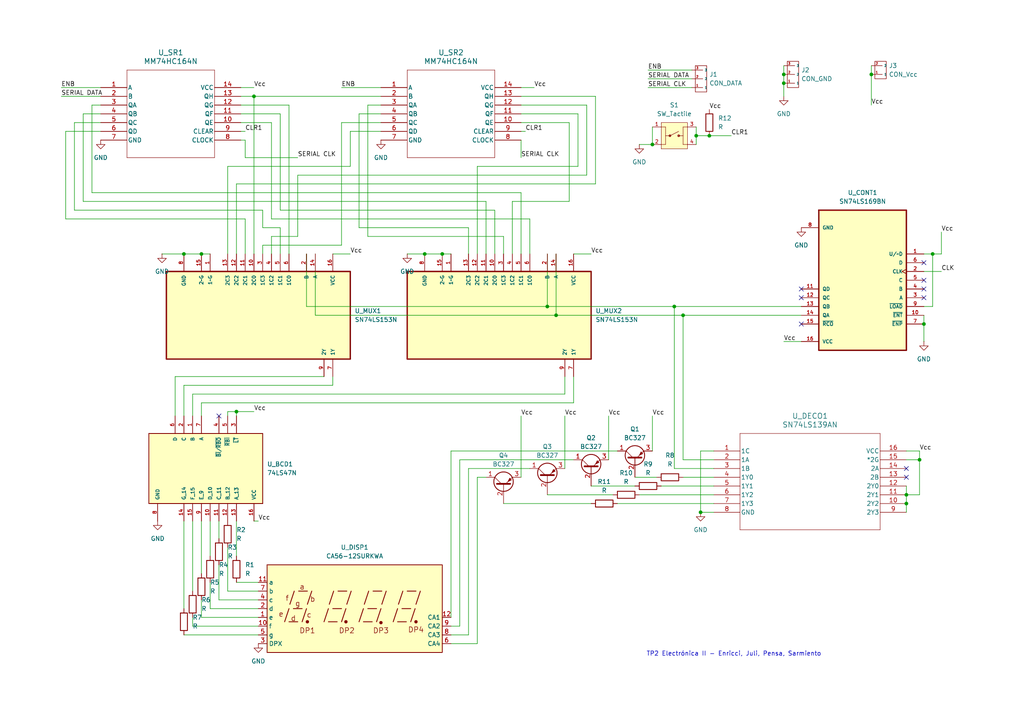
<source format=kicad_sch>
(kicad_sch (version 20231120) (generator "eeschema") (generator_version "8.0")
  (paper "A4")
  (lib_symbols
    (symbol "74HC164:MM74HC164N" (pin_names (offset 0.254))
      (property "Reference" "U" (at 20.32 10.16 0))
      (property "Value" "MM74HC164N" (at 20.32 7.62 0))
      (symbol "MM74HC164N_0_1"
        (polyline (pts (xy 7.62 -20.32) (xy 33.02 -20.32)) (stroke (width 0.127)))
        (polyline (pts (xy 7.62 5.08) (xy 7.62 -20.32)) (stroke (width 0.127)))
        (polyline (pts (xy 33.02 -20.32) (xy 33.02 5.08)) (stroke (width 0.127)))
        (polyline (pts (xy 33.02 5.08) (xy 7.62 5.08)) (stroke (width 0.127)))
        (pin input line (at 0 0 0) (length 7.62) (name "A") (number "1"))
        (pin output line (at 40.64 -10.16 180) (length 7.62) (name "QE") (number "10"))
        (pin output line (at 40.64 -7.62 180) (length 7.62) (name "QF") (number "11"))
        (pin output line (at 40.64 -5.08 180) (length 7.62) (name "QG") (number "12"))
        (pin output line (at 40.64 -2.54 180) (length 7.62) (name "QH") (number "13"))
        (pin power_in line (at 40.64 0 180) (length 7.62) (name "VCC") (number "14"))
        (pin input line (at 0 -2.54 0) (length 7.62) (name "B") (number "2"))
        (pin output line (at 0 -5.08 0) (length 7.62) (name "QA") (number "3"))
        (pin output line (at 0 -7.62 0) (length 7.62) (name "QB") (number "4"))
        (pin output line (at 0 -10.16 0) (length 7.62) (name "QC") (number "5"))
        (pin output line (at 0 -12.7 0) (length 7.62) (name "QD") (number "6"))
        (pin power_out line (at 0 -15.24 0) (length 7.62) (name "GND") (number "7"))
        (pin input line (at 40.64 -15.24 180) (length 7.62) (name "CLOCK") (number "8"))
        (pin input line (at 40.64 -12.7 180) (length 7.62) (name "CLEAR") (number "9"))
      )
    )
    (symbol "74LS139:SN74LS139AN" (pin_names (offset 0.254))
      (property "Reference" "U" (at 27.94 10.16 0))
      (property "Value" "SN74LS139AN" (at 27.94 7.62 0))
      (symbol "SN74LS139AN_0_1"
        (polyline (pts (xy 7.62 -22.86) (xy 48.26 -22.86)) (stroke (width 0.127)))
        (polyline (pts (xy 7.62 5.08) (xy 7.62 -22.86)) (stroke (width 0.127)))
        (polyline (pts (xy 48.26 -22.86) (xy 48.26 5.08)) (stroke (width 0.127)))
        (polyline (pts (xy 48.26 5.08) (xy 7.62 5.08)) (stroke (width 0.127)))
        (pin input line (at 0 0 0) (length 7.62) (name "1C") (number "1"))
        (pin output line (at 55.88 -15.24 180) (length 7.62) (name "2Y2") (number "10"))
        (pin output line (at 55.88 -12.7 180) (length 7.62) (name "2Y1") (number "11"))
        (pin output line (at 55.88 -10.16 180) (length 7.62) (name "2Y0") (number "12"))
        (pin input line (at 55.88 -7.62 180) (length 7.62) (name "2B") (number "13"))
        (pin input line (at 55.88 -5.08 180) (length 7.62) (name "2A") (number "14"))
        (pin input line (at 55.88 -2.54 180) (length 7.62) (name "*2G") (number "15"))
        (pin power_in line (at 55.88 0 180) (length 7.62) (name "VCC") (number "16"))
        (pin input line (at 0 -2.54 0) (length 7.62) (name "1A") (number "2"))
        (pin input line (at 0 -5.08 0) (length 7.62) (name "1B") (number "3"))
        (pin output line (at 0 -7.62 0) (length 7.62) (name "1Y0") (number "4"))
        (pin output line (at 0 -10.16 0) (length 7.62) (name "1Y1") (number "5"))
        (pin output line (at 0 -12.7 0) (length 7.62) (name "1Y2") (number "6"))
        (pin output line (at 0 -15.24 0) (length 7.62) (name "1Y3") (number "7"))
        (pin power_in line (at 0 -17.78 0) (length 7.62) (name "GND") (number "8"))
        (pin output line (at 55.88 -17.78 180) (length 7.62) (name "2Y3") (number "9"))
      )
    )
    (symbol "74LS153:SN74LS153N" (pin_names (offset 1.016))
      (property "Reference" "U" (at -5.1088 25.0102 0))
      (property "Value" "SN74LS153N" (at -4.448 -33.3725 0))
      (symbol "SN74LS153N_0_0"
        (rectangle (start -12.7 -30.48) (end 12.7 22.86) (stroke (width 0.4064)) (fill (type background)))
        (pin passive line (at -17.78 -17.78 0) (length 5.08) (name "1~G") (number "1"))
        (pin input line (at -17.78 -5.08 0) (length 5.08) (name "2C0") (number "10"))
        (pin input line (at -17.78 -7.62 0) (length 5.08) (name "2C1") (number "11"))
        (pin input line (at -17.78 -10.16 0) (length 5.08) (name "2C2") (number "12"))
        (pin input line (at -17.78 -12.7 0) (length 5.08) (name "2C3") (number "13"))
        (pin input line (at -17.78 12.7 0) (length 5.08) (name "A") (number "14"))
        (pin passive line (at -17.78 -20.32 0) (length 5.08) (name "2~G") (number "15"))
        (pin power_in line (at -17.78 17.78 0) (length 5.08) (name "VCC") (number "16"))
        (pin input line (at -17.78 10.16 0) (length 5.08) (name "B") (number "2"))
        (pin input line (at -17.78 -2.54 0) (length 5.08) (name "1C3") (number "3"))
        (pin input line (at -17.78 0 0) (length 5.08) (name "1C2") (number "4"))
        (pin input line (at -17.78 2.54 0) (length 5.08) (name "1C1") (number "5"))
        (pin input line (at -17.78 5.08 0) (length 5.08) (name "1C0") (number "6"))
        (pin output line (at 17.78 17.78 180) (length 5.08) (name "1Y") (number "7"))
        (pin passive line (at -17.78 -25.4 0) (length 5.08) (name "GND") (number "8"))
        (pin output line (at 17.78 15.24 180) (length 5.08) (name "2Y") (number "9"))
      )
    )
    (symbol "74LS169BN:SN74LS169BN" (pin_names (offset 1.016))
      (property "Reference" "U" (at -12.7 21.32 0))
      (property "Value" "SN74LS169BN" (at -12.7 -24.32 0))
      (symbol "SN74LS169BN_0_0"
        (rectangle (start -12.7 -20.32) (end 12.7 20.32) (stroke (width 0.41)) (fill (type background)))
        (pin input line (at -17.78 -7.62 0) (length 5.08) (name "U/~D") (number "1"))
        (pin input line (at -17.78 10.16 0) (length 5.08) (name "~{ENT}") (number "10"))
        (pin output line (at 17.78 2.54 180) (length 5.08) (name "QD") (number "11"))
        (pin output line (at 17.78 5.08 180) (length 5.08) (name "QC") (number "12"))
        (pin output line (at 17.78 7.62 180) (length 5.08) (name "QB") (number "13"))
        (pin output line (at 17.78 10.16 180) (length 5.08) (name "QA") (number "14"))
        (pin output line (at 17.78 12.7 180) (length 5.08) (name "~{RCO}") (number "15"))
        (pin power_in line (at 17.78 17.78 180) (length 5.08) (name "VCC") (number "16"))
        (pin input clock (at -17.78 -2.54 0) (length 5.08) (name "CLK") (number "2"))
        (pin input line (at -17.78 5.08 0) (length 5.08) (name "A") (number "3"))
        (pin input line (at -17.78 2.54 0) (length 5.08) (name "B") (number "4"))
        (pin input line (at -17.78 0 0) (length 5.08) (name "C") (number "5"))
        (pin input line (at -17.78 -5.08 0) (length 5.08) (name "D") (number "6"))
        (pin input line (at -17.78 12.7 0) (length 5.08) (name "~{ENP}") (number "7"))
        (pin power_in line (at 17.78 -15.24 180) (length 5.08) (name "GND") (number "8"))
        (pin input line (at -17.78 7.62 0) (length 5.08) (name "~{LOAD}") (number "9"))
      )
    )
    (symbol "74LS47N:74LS47N" (pin_names (offset 1.016))
      (property "Reference" "U" (at -10.16 16.002 0))
      (property "Value" "74LS47N" (at -10.16 -20.32 0))
      (symbol "74LS47N_0_0"
        (rectangle (start -10.16 -17.78) (end 10.16 15.24) (stroke (width 0.254)) (fill (type background)))
        (pin input line (at -15.24 -5.08 0) (length 5.08) (name "B") (number "1"))
        (pin output line (at 15.24 0 180) (length 5.08) (name "D_10") (number "10"))
        (pin output line (at 15.24 2.54 180) (length 5.08) (name "C_11") (number "11"))
        (pin output line (at 15.24 5.08 180) (length 5.08) (name "B_12") (number "12"))
        (pin output line (at 15.24 7.62 180) (length 5.08) (name "A_13") (number "13"))
        (pin output line (at 15.24 -7.62 180) (length 5.08) (name "G_14") (number "14"))
        (pin output line (at 15.24 -5.08 180) (length 5.08) (name "F_15") (number "15"))
        (pin power_in line (at 15.24 12.7 180) (length 5.08) (name "VCC") (number "16"))
        (pin input line (at -15.24 -7.62 0) (length 5.08) (name "C") (number "2"))
        (pin input line (at -15.24 7.62 0) (length 5.08) (name "~{LT}") (number "3"))
        (pin bidirectional line (at -15.24 2.54 0) (length 5.08) (name "~{BI}/~{RBO}") (number "4"))
        (pin input line (at -15.24 5.08 0) (length 5.08) (name "~{RBI}") (number "5"))
        (pin input line (at -15.24 -10.16 0) (length 5.08) (name "D") (number "6"))
        (pin input line (at -15.24 -2.54 0) (length 5.08) (name "A") (number "7"))
        (pin power_in line (at 15.24 -15.24 180) (length 5.08) (name "GND") (number "8"))
        (pin output line (at 15.24 -2.54 180) (length 5.08) (name "E_9") (number "9"))
      )
    )
    (symbol "Display_Character:CA56-12SURKWA"
      (property "Reference" "U" (at -24.13 13.97 0))
      (property "Value" "CA56-12SURKWA" (at 17.78 13.97 0))
      (symbol "CA56-12SURKWA_0_0"
        (rectangle (start -25.4 12.7) (end 25.4 -12.7) (stroke (width 0.254)) (fill (type background)))
        (polyline (pts (xy -20.32 -3.81) (xy -19.05 0)) (stroke (width 0.254)))
        (polyline (pts (xy -19.05 -3.81) (xy -16.51 -3.81)) (stroke (width 0.254)))
        (polyline (pts (xy -18.796 1.27) (xy -17.526 5.08)) (stroke (width 0.254)))
        (polyline (pts (xy -17.78 0) (xy -15.24 0)) (stroke (width 0.254)))
        (polyline (pts (xy -16.256 5.08) (xy -13.716 5.08)) (stroke (width 0.254)))
        (polyline (pts (xy -15.24 -3.81) (xy -13.97 0)) (stroke (width 0.254)))
        (polyline (pts (xy -13.716 1.27) (xy -12.446 5.08)) (stroke (width 0.254)))
        (polyline (pts (xy -8.89 -3.81) (xy -7.62 0)) (stroke (width 0.254)))
        (polyline (pts (xy -7.62 -3.81) (xy -5.08 -3.81)) (stroke (width 0.254)))
        (polyline (pts (xy -7.366 1.27) (xy -6.096 5.08)) (stroke (width 0.254)))
        (polyline (pts (xy -6.35 0) (xy -3.81 0)) (stroke (width 0.254)))
        (polyline (pts (xy -4.826 5.08) (xy -2.286 5.08)) (stroke (width 0.254)))
        (polyline (pts (xy -3.81 -3.81) (xy -2.54 0)) (stroke (width 0.254)))
        (polyline (pts (xy -2.286 1.27) (xy -1.016 5.08)) (stroke (width 0.254)))
        (polyline (pts (xy 1.27 -3.81) (xy 2.54 0)) (stroke (width 0.254)))
        (polyline (pts (xy 2.54 -3.81) (xy 5.08 -3.81)) (stroke (width 0.254)))
        (polyline (pts (xy 2.794 1.27) (xy 4.064 5.08)) (stroke (width 0.254)))
        (polyline (pts (xy 3.81 0) (xy 6.35 0)) (stroke (width 0.254)))
        (polyline (pts (xy 5.334 5.08) (xy 7.874 5.08)) (stroke (width 0.254)))
        (polyline (pts (xy 6.35 -3.81) (xy 7.62 0)) (stroke (width 0.254)))
        (polyline (pts (xy 7.874 1.27) (xy 9.144 5.08)) (stroke (width 0.254)))
        (polyline (pts (xy 11.176 -3.81) (xy 12.446 0)) (stroke (width 0.254)))
        (polyline (pts (xy 12.446 -3.81) (xy 14.986 -3.81)) (stroke (width 0.254)))
        (polyline (pts (xy 12.7 1.27) (xy 13.97 5.08)) (stroke (width 0.254)))
        (polyline (pts (xy 13.716 0) (xy 16.256 0)) (stroke (width 0.254)))
        (polyline (pts (xy 15.24 5.08) (xy 17.78 5.08)) (stroke (width 0.254)))
        (polyline (pts (xy 16.256 -3.81) (xy 17.526 0)) (stroke (width 0.254)))
        (polyline (pts (xy 17.78 1.27) (xy 19.05 5.08)) (stroke (width 0.254)))
        (text "a" (at -15.24 6.35 0) (effects (font (size 1.524 1.524))))
        (text "b" (at -12.192 2.794 0) (effects (font (size 1.524 1.524))))
        (text "c" (at -13.208 -1.778 0) (effects (font (size 1.524 1.524))))
        (text "d" (at -17.78 -2.794 0) (effects (font (size 1.524 1.524))))
        (text "DP1" (at -13.716 -6.35 0) (effects (font (size 1.524 1.524))))
        (text "DP2" (at -2.286 -6.35 0) (effects (font (size 1.524 1.524))))
        (text "DP3" (at 7.62 -6.35 0) (effects (font (size 1.524 1.524))))
        (text "DP4" (at 17.78 -6.096 0) (effects (font (size 1.524 1.524))))
        (text "e" (at -21.336 -1.524 0) (effects (font (size 1.524 1.524))))
        (text "f" (at -19.558 3.048 0) (effects (font (size 1.524 1.524))))
        (text "g" (at -16.51 1.524 0) (effects (font (size 1.524 1.524))))
      )
      (symbol "CA56-12SURKWA_0_1"
        (circle (center -13.716 -3.81) (radius 0.3556) (stroke (width 0.254)) (fill (type outline)))
        (circle (center -2.54 -3.81) (radius 0.3556) (stroke (width 0.254)) (fill (type outline)))
      )
      (symbol "CA56-12SURKWA_1_0"
        (circle (center 7.62 -4.064) (radius 0.3556) (stroke (width 0.254)) (fill (type outline)))
        (circle (center 17.78 -3.81) (radius 0.3556) (stroke (width 0.254)) (fill (type outline)))
      )
      (symbol "CA56-12SURKWA_1_1"
        (pin input line (at -27.94 -2.54 0) (length 2.54) (name "e") (number "1"))
        (pin input line (at -27.94 -5.08 0) (length 2.54) (name "f") (number "10"))
        (pin input line (at -27.94 7.62 0) (length 2.54) (name "a") (number "11"))
        (pin input line (at 27.94 -2.54 180) (length 2.54) (name "CA1") (number "12"))
        (pin input line (at -27.94 0 0) (length 2.54) (name "d") (number "2"))
        (pin input line (at -27.94 -10.16 0) (length 2.54) (name "DPX") (number "3"))
        (pin input line (at -27.94 2.54 0) (length 2.54) (name "c") (number "4"))
        (pin input line (at -27.94 -7.62 0) (length 2.54) (name "g") (number "5"))
        (pin input line (at 27.94 -10.16 180) (length 2.54) (name "CA4") (number "6"))
        (pin input line (at -27.94 5.08 0) (length 2.54) (name "b") (number "7"))
        (pin input line (at 27.94 -7.62 180) (length 2.54) (name "CA3") (number "8"))
        (pin input line (at 27.94 -5.08 180) (length 2.54) (name "CA2") (number "9"))
      )
    )
    (symbol "TCLib:Connector_2"
      (property "Reference" "J" (at -7.874 -2.032 0))
      (property "Value" "Connector_2" (at -0.254 -3.556 0))
      (symbol "Connector_2_0_1"
        (rectangle (start -1.524 2.54) (end 1.778 -2.54))
      )
      (symbol "Connector_2_1_1"
        (pin passive line (at -2.54 -1.27 0) (length 3.175) (name "1") (number "1"))
        (pin passive line (at -2.54 1.27 0) (length 3.175) (name "2") (number "2"))
      )
    )
    (symbol "TCLib:Connector_3"
      (property "Reference" "J" (at -7.874 -2.032 0))
      (property "Value" "Connector_3" (at -0.254 5.08 0))
      (symbol "Connector_3_0_1"
        (rectangle (start -1.524 3.81) (end 1.778 -3.81))
      )
      (symbol "Connector_3_1_1"
        (pin passive line (at -2.54 -2.54 0) (length 3.175) (name "1") (number "1"))
        (pin passive line (at -2.54 0 0) (length 3.175) (name "2") (number "2"))
        (pin passive line (at -2.54 2.54 0) (length 3.175) (name "3") (number "3"))
      )
    )
    (symbol "TCLib:R" (pin_numbers hide) (pin_names (offset 0))
      (property "Reference" "R" (at 0 0 90))
      (property "Value" "R" (at 2.286 0 90))
      (symbol "R_0_1"
        (rectangle (start -1.016 -2.54) (end 1.016 2.54) (stroke (width 0.254)))
      )
      (symbol "R_1_1"
        (pin passive line (at 0 3.81 270) (length 1.27) (name "~") (number "1"))
        (pin passive line (at 0 -3.81 90) (length 1.27) (name "~") (number "2"))
      )
    )
    (symbol "TCLib:SW_Tactile" (pin_names (offset 1.016))
      (property "Reference" "S" (at -4.3222 4.068 0))
      (property "Value" "SW_Tactile" (at -4.0644 -5.3346 0))
      (symbol "SW_Tactile_0_0"
        (rectangle (start -3.81 -3.81) (end 3.81 3.81) (stroke (width 0.127)) (fill (type background)))
        (circle (center -1.27 0) (radius 0.254) (stroke (width 0.2159)))
        (polyline (pts (xy -3.81 2.54) (xy -2.54 2.54)) (stroke (width 0.127)))
        (polyline (pts (xy -2.54 -2.54) (xy -3.81 -2.54)) (stroke (width 0.127)))
        (polyline (pts (xy -2.54 0) (xy -1.27 0)) (stroke (width 0.127)))
        (polyline (pts (xy -2.54 2.54) (xy -2.54 -2.54)) (stroke (width 0.127)))
        (polyline (pts (xy -1.27 0) (xy 1.27 1.27)) (stroke (width 0.127)))
        (polyline (pts (xy 1.27 0) (xy 2.54 0)) (stroke (width 0.127)))
        (polyline (pts (xy 2.54 -2.54) (xy 3.81 -2.54)) (stroke (width 0.127)))
        (polyline (pts (xy 2.54 2.54) (xy 2.54 -2.54)) (stroke (width 0.127)))
        (polyline (pts (xy 3.81 2.54) (xy 2.54 2.54)) (stroke (width 0.127)))
        (circle (center 1.27 0) (radius 0.254) (stroke (width 0.2159)))
        (pin passive line (at -6.35 2.54 0) (length 2.54) (name "~") (number "1"))
        (pin passive line (at -6.35 -2.54 0) (length 2.54) (name "~") (number "2"))
        (pin passive line (at 6.35 2.54 180) (length 2.54) (name "~") (number "3"))
        (pin passive line (at 6.35 -2.54 180) (length 2.54) (name "~") (number "4"))
      )
    )
    (symbol "Transistor_BJT:BC327" (pin_names (offset 0) hide)
      (property "Reference" "Q" (at 5.08 1.905 0))
      (property "Value" "BC327" (at 5.08 0 0))
      (symbol "BC327_0_1"
        (polyline (pts (xy 0.635 0.635) (xy 2.54 2.54)))
        (polyline (pts (xy 0.635 -0.635) (xy 2.54 -2.54) (xy 2.54 -2.54)))
        (polyline (pts (xy 0.635 1.905) (xy 0.635 -1.905) (xy 0.635 -1.905)) (stroke (width 0.508)))
        (polyline (pts (xy 2.286 -1.778) (xy 1.778 -2.286) (xy 1.27 -1.27) (xy 2.286 -1.778) (xy 2.286 -1.778)) (fill (type outline)))
        (circle (center 1.27 0) (radius 2.8194) (stroke (width 0.254)))
      )
      (symbol "BC327_1_1"
        (pin passive line (at 2.54 5.08 270) (length 2.54) (name "C") (number "1"))
        (pin input line (at -5.08 0 0) (length 5.715) (name "B") (number "2"))
        (pin passive line (at 2.54 -5.08 90) (length 2.54) (name "E") (number "3"))
      )
    )
    (symbol "power:GND" (power) (pin_numbers hide) (pin_names (offset 0) hide)
      (property "Value" "GND" (at 0 -3.81 0))
      (symbol "GND_0_1"
        (polyline (pts (xy 0 0) (xy 0 -1.27) (xy 1.27 -1.27) (xy 0 -2.54) (xy -1.27 -1.27) (xy 0 -1.27)))
      )
      (symbol "GND_1_1"
        (pin power_in line (at 0 0 270) (length 0) (name "~") (number "1"))
      )
    )
  )
  (junction (at 195.58 88.9))
  (junction (at 205.74 39.37))
  (junction (at 252.73 21.59))
  (junction (at 203.2 148.59))
  (junction (at 267.97 93.98))
  (junction (at 158.75 88.9))
  (junction (at 123.19 73.66))
  (junction (at 58.42 73.66))
  (junction (at 270.51 73.66))
  (junction (at 262.89 143.51))
  (junction (at 227.33 24.13))
  (junction (at 73.66 27.94))
  (junction (at 266.7 133.35))
  (junction (at 198.12 91.44))
  (junction (at 227.33 21.59))
  (junction (at 128.27 73.66))
  (junction (at 201.93 39.37))
  (junction (at 53.34 73.66))
  (junction (at 161.29 91.44))
  (junction (at 189.23 41.91))
  (junction (at 68.58 119.38))
  (junction (at 262.89 146.05))
  (no_connect (at 267.97 81.28))
  (no_connect (at 232.41 86.36))
  (no_connect (at 232.41 83.82))
  (no_connect (at 232.41 93.98))
  (no_connect (at 267.97 86.36))
  (no_connect (at 262.89 135.89))
  (no_connect (at 267.97 83.82))
  (no_connect (at 267.97 76.2))
  (no_connect (at 63.5 120.65))
  (no_connect (at 262.89 138.43))
  (wire (pts (xy 66.04 158.75) (xy 66.04 171.45)))
  (wire (pts (xy 55.88 171.45) (xy 55.88 151.13)))
  (wire (pts (xy 205.74 39.37) (xy 212.09 39.37)))
  (wire (pts (xy 135.89 66.04) (xy 135.89 73.66)))
  (wire (pts (xy 55.88 114.3) (xy 163.83 114.3)))
  (wire (pts (xy 106.68 68.58) (xy 146.05 68.58)))
  (wire (pts (xy 130.81 130.81) (xy 179.07 130.81)))
  (wire (pts (xy 133.35 133.35) (xy 133.35 181.61)))
  (wire (pts (xy 195.58 88.9) (xy 195.58 135.89)))
  (wire (pts (xy 252.73 21.59) (xy 252.73 30.48)))
  (wire (pts (xy 185.42 143.51) (xy 207.01 143.51)))
  (wire (pts (xy 176.53 120.65) (xy 176.53 133.35)))
  (wire (pts (xy 227.33 21.59) (xy 227.33 24.13)))
  (wire (pts (xy 68.58 120.65) (xy 68.58 119.38)))
  (wire (pts (xy 198.12 138.43) (xy 207.01 138.43)))
  (wire (pts (xy 151.13 35.56) (xy 165.1 35.56)))
  (wire (pts (xy 267.97 73.66) (xy 270.51 73.66)))
  (wire (pts (xy 81.28 66.04) (xy 81.28 73.66)))
  (wire (pts (xy 189.23 36.83) (xy 189.23 41.91)))
  (wire (pts (xy 76.2 60.96) (xy 76.2 66.04)))
  (wire (pts (xy 53.34 111.76) (xy 96.52 111.76)))
  (wire (pts (xy 148.59 58.42) (xy 148.59 73.66)))
  (wire (pts (xy 86.36 68.58) (xy 78.74 68.58)))
  (wire (pts (xy 167.64 33.02) (xy 167.64 48.26)))
  (wire (pts (xy 189.23 120.65) (xy 189.23 130.81)))
  (wire (pts (xy 101.6 38.1) (xy 101.6 48.26)))
  (wire (pts (xy 83.82 30.48) (xy 83.82 73.66)))
  (wire (pts (xy 29.21 35.56) (xy 21.59 35.56)))
  (wire (pts (xy 69.85 38.1) (xy 71.12 38.1)))
  (wire (pts (xy 118.11 73.66) (xy 123.19 73.66)))
  (wire (pts (xy 88.9 73.66) (xy 88.9 88.9)))
  (wire (pts (xy 29.21 38.1) (xy 19.05 38.1)))
  (wire (pts (xy 140.97 58.42) (xy 140.97 73.66)))
  (wire (pts (xy 227.33 24.13) (xy 227.33 27.94)))
  (wire (pts (xy 76.2 66.04) (xy 81.28 66.04)))
  (wire (pts (xy 58.42 120.65) (xy 58.42 116.84)))
  (wire (pts (xy 66.04 171.45) (xy 74.93 171.45)))
  (wire (pts (xy 161.29 91.44) (xy 198.12 91.44)))
  (wire (pts (xy 165.1 58.42) (xy 148.59 58.42)))
  (wire (pts (xy 128.27 73.66) (xy 130.81 73.66)))
  (wire (pts (xy 151.13 30.48) (xy 170.18 30.48)))
  (wire (pts (xy 207.01 130.81) (xy 203.2 130.81)))
  (wire (pts (xy 17.78 25.4) (xy 29.21 25.4)))
  (wire (pts (xy 58.42 116.84) (xy 166.37 116.84)))
  (wire (pts (xy 172.72 53.34) (xy 68.58 53.34)))
  (wire (pts (xy 73.66 27.94) (xy 110.49 27.94)))
  (wire (pts (xy 71.12 63.5) (xy 71.12 73.66)))
  (wire (pts (xy 198.12 91.44) (xy 198.12 133.35)))
  (wire (pts (xy 101.6 48.26) (xy 66.04 48.26)))
  (wire (pts (xy 78.74 35.56) (xy 78.74 63.5)))
  (wire (pts (xy 270.51 73.66) (xy 273.05 73.66)))
  (wire (pts (xy 104.14 33.02) (xy 104.14 66.04)))
  (wire (pts (xy 172.72 27.94) (xy 172.72 53.34)))
  (wire (pts (xy 110.49 38.1) (xy 101.6 38.1)))
  (wire (pts (xy 68.58 119.38) (xy 66.04 119.38)))
  (wire (pts (xy 55.88 179.07) (xy 55.88 181.61)))
  (wire (pts (xy 99.06 35.56) (xy 99.06 71.12)))
  (wire (pts (xy 55.88 181.61) (xy 74.93 181.61)))
  (wire (pts (xy 58.42 173.99) (xy 58.42 179.07)))
  (wire (pts (xy 68.58 161.29) (xy 68.58 151.13)))
  (wire (pts (xy 270.51 73.66) (xy 270.51 88.9)))
  (wire (pts (xy 29.21 33.02) (xy 24.13 33.02)))
  (wire (pts (xy 151.13 33.02) (xy 167.64 33.02)))
  (wire (pts (xy 135.89 135.89) (xy 135.89 184.15)))
  (wire (pts (xy 123.19 73.66) (xy 128.27 73.66)))
  (wire (pts (xy 201.93 39.37) (xy 205.74 39.37)))
  (wire (pts (xy 21.59 35.56) (xy 21.59 60.96)))
  (wire (pts (xy 55.88 120.65) (xy 55.88 114.3)))
  (wire (pts (xy 60.96 168.91) (xy 60.96 176.53)))
  (wire (pts (xy 71.12 45.72) (xy 71.12 40.64)))
  (wire (pts (xy 170.18 30.48) (xy 170.18 50.8)))
  (wire (pts (xy 171.45 73.66) (xy 166.37 73.66)))
  (wire (pts (xy 24.13 33.02) (xy 24.13 58.42)))
  (wire (pts (xy 163.83 109.22) (xy 163.83 114.3)))
  (wire (pts (xy 158.75 88.9) (xy 195.58 88.9)))
  (wire (pts (xy 262.89 140.97) (xy 262.89 143.51)))
  (wire (pts (xy 143.51 60.96) (xy 143.51 73.66)))
  (wire (pts (xy 66.04 119.38) (xy 66.04 120.65)))
  (wire (pts (xy 110.49 35.56) (xy 99.06 35.56)))
  (wire (pts (xy 262.89 143.51) (xy 266.7 143.51)))
  (wire (pts (xy 99.06 71.12) (xy 76.2 71.12)))
  (wire (pts (xy 130.81 181.61) (xy 133.35 181.61)))
  (wire (pts (xy 207.01 133.35) (xy 198.12 133.35)))
  (wire (pts (xy 201.93 39.37) (xy 201.93 41.91)))
  (wire (pts (xy 106.68 30.48) (xy 106.68 68.58)))
  (wire (pts (xy 81.28 33.02) (xy 81.28 60.96)))
  (wire (pts (xy 91.44 91.44) (xy 161.29 91.44)))
  (wire (pts (xy 266.7 130.81) (xy 262.89 130.81)))
  (wire (pts (xy 53.34 73.66) (xy 58.42 73.66)))
  (wire (pts (xy 60.96 161.29) (xy 60.96 151.13)))
  (wire (pts (xy 133.35 133.35) (xy 166.37 133.35)))
  (wire (pts (xy 266.7 143.51) (xy 266.7 133.35)))
  (wire (pts (xy 227.33 99.06) (xy 232.41 99.06)))
  (wire (pts (xy 151.13 40.64) (xy 151.13 45.72)))
  (wire (pts (xy 252.73 19.05) (xy 252.73 21.59)))
  (wire (pts (xy 138.43 138.43) (xy 138.43 186.69)))
  (wire (pts (xy 71.12 40.64) (xy 69.85 40.64)))
  (wire (pts (xy 53.34 176.53) (xy 53.34 151.13)))
  (wire (pts (xy 21.59 60.96) (xy 76.2 60.96)))
  (wire (pts (xy 179.07 146.05) (xy 207.01 146.05)))
  (wire (pts (xy 262.89 133.35) (xy 266.7 133.35)))
  (wire (pts (xy 267.97 93.98) (xy 267.97 99.06)))
  (wire (pts (xy 74.93 151.13) (xy 73.66 151.13)))
  (wire (pts (xy 50.8 109.22) (xy 93.98 109.22)))
  (wire (pts (xy 266.7 130.81) (xy 266.7 133.35)))
  (wire (pts (xy 63.5 173.99) (xy 74.93 173.99)))
  (wire (pts (xy 19.05 63.5) (xy 71.12 63.5)))
  (wire (pts (xy 153.67 135.89) (xy 135.89 135.89)))
  (wire (pts (xy 68.58 53.34) (xy 68.58 73.66)))
  (wire (pts (xy 203.2 148.59) (xy 207.01 148.59)))
  (wire (pts (xy 267.97 88.9) (xy 270.51 88.9)))
  (wire (pts (xy 267.97 91.44) (xy 267.97 93.98)))
  (wire (pts (xy 63.5 163.83) (xy 63.5 173.99)))
  (wire (pts (xy 69.85 35.56) (xy 78.74 35.56)))
  (wire (pts (xy 184.15 138.43) (xy 190.5 138.43)))
  (wire (pts (xy 171.45 140.97) (xy 184.15 140.97)))
  (wire (pts (xy 158.75 73.66) (xy 158.75 88.9)))
  (wire (pts (xy 187.96 20.32) (xy 200.66 20.32)))
  (wire (pts (xy 58.42 166.37) (xy 58.42 151.13)))
  (wire (pts (xy 227.33 19.05) (xy 227.33 21.59)))
  (wire (pts (xy 104.14 66.04) (xy 135.89 66.04)))
  (wire (pts (xy 99.06 25.4) (xy 110.49 25.4)))
  (wire (pts (xy 187.96 22.86) (xy 200.66 22.86)))
  (wire (pts (xy 110.49 33.02) (xy 104.14 33.02)))
  (wire (pts (xy 151.13 38.1) (xy 152.4 38.1)))
  (wire (pts (xy 17.78 27.94) (xy 29.21 27.94)))
  (wire (pts (xy 262.89 143.51) (xy 262.89 146.05)))
  (wire (pts (xy 68.58 168.91) (xy 74.93 168.91)))
  (wire (pts (xy 151.13 25.4) (xy 154.94 25.4)))
  (wire (pts (xy 29.21 30.48) (xy 26.67 30.48)))
  (wire (pts (xy 26.67 30.48) (xy 26.67 55.88)))
  (wire (pts (xy 63.5 156.21) (xy 63.5 151.13)))
  (wire (pts (xy 158.75 143.51) (xy 177.8 143.51)))
  (wire (pts (xy 165.1 35.56) (xy 165.1 58.42)))
  (wire (pts (xy 60.96 176.53) (xy 74.93 176.53)))
  (wire (pts (xy 19.05 38.1) (xy 19.05 63.5)))
  (wire (pts (xy 138.43 48.26) (xy 138.43 73.66)))
  (wire (pts (xy 207.01 135.89) (xy 195.58 135.89)))
  (wire (pts (xy 26.67 55.88) (xy 151.13 55.88)))
  (wire (pts (xy 151.13 120.65) (xy 151.13 138.43)))
  (wire (pts (xy 91.44 73.66) (xy 91.44 91.44)))
  (wire (pts (xy 151.13 55.88) (xy 151.13 73.66)))
  (wire (pts (xy 88.9 88.9) (xy 158.75 88.9)))
  (wire (pts (xy 76.2 71.12) (xy 76.2 73.66)))
  (wire (pts (xy 130.81 186.69) (xy 138.43 186.69)))
  (wire (pts (xy 86.36 50.8) (xy 86.36 68.58)))
  (wire (pts (xy 69.85 33.02) (xy 81.28 33.02)))
  (wire (pts (xy 86.36 45.72) (xy 71.12 45.72)))
  (wire (pts (xy 151.13 27.94) (xy 172.72 27.94)))
  (wire (pts (xy 69.85 30.48) (xy 83.82 30.48)))
  (wire (pts (xy 187.96 25.4) (xy 200.66 25.4)))
  (wire (pts (xy 58.42 73.66) (xy 60.96 73.66)))
  (wire (pts (xy 185.42 41.91) (xy 189.23 41.91)))
  (wire (pts (xy 161.29 73.66) (xy 161.29 91.44)))
  (wire (pts (xy 96.52 111.76) (xy 96.52 109.22)))
  (wire (pts (xy 69.85 25.4) (xy 73.66 25.4)))
  (wire (pts (xy 110.49 30.48) (xy 106.68 30.48)))
  (wire (pts (xy 146.05 68.58) (xy 146.05 73.66)))
  (wire (pts (xy 267.97 78.74) (xy 273.05 78.74)))
  (wire (pts (xy 53.34 120.65) (xy 53.34 111.76)))
  (wire (pts (xy 138.43 138.43) (xy 140.97 138.43)))
  (wire (pts (xy 78.74 63.5) (xy 153.67 63.5)))
  (wire (pts (xy 101.6 73.66) (xy 96.52 73.66)))
  (wire (pts (xy 130.81 184.15) (xy 135.89 184.15)))
  (wire (pts (xy 153.67 63.5) (xy 153.67 73.66)))
  (wire (pts (xy 50.8 120.65) (xy 50.8 109.22)))
  (wire (pts (xy 198.12 91.44) (xy 232.41 91.44)))
  (wire (pts (xy 273.05 67.31) (xy 273.05 73.66)))
  (wire (pts (xy 86.36 50.8) (xy 170.18 50.8)))
  (wire (pts (xy 203.2 130.81) (xy 203.2 148.59)))
  (wire (pts (xy 167.64 48.26) (xy 138.43 48.26)))
  (wire (pts (xy 68.58 119.38) (xy 73.66 119.38)))
  (wire (pts (xy 81.28 60.96) (xy 143.51 60.96)))
  (wire (pts (xy 262.89 146.05) (xy 262.89 148.59)))
  (wire (pts (xy 24.13 58.42) (xy 140.97 58.42)))
  (wire (pts (xy 73.66 27.94) (xy 73.66 73.66)))
  (wire (pts (xy 191.77 140.97) (xy 207.01 140.97)))
  (wire (pts (xy 195.58 88.9) (xy 232.41 88.9)))
  (wire (pts (xy 66.04 48.26) (xy 66.04 73.66)))
  (wire (pts (xy 53.34 184.15) (xy 74.93 184.15)))
  (wire (pts (xy 78.74 68.58) (xy 78.74 73.66)))
  (wire (pts (xy 58.42 179.07) (xy 74.93 179.07)))
  (wire (pts (xy 166.37 109.22) (xy 166.37 116.84)))
  (wire (pts (xy 163.83 120.65) (xy 163.83 135.89)))
  (wire (pts (xy 69.85 27.94) (xy 73.66 27.94)))
  (wire (pts (xy 146.05 146.05) (xy 171.45 146.05)))
  (wire (pts (xy 46.99 73.66) (xy 53.34 73.66)))
  (wire (pts (xy 130.81 130.81) (xy 130.81 179.07)))
  (wire (pts (xy 201.93 36.83) (xy 201.93 39.37)))
  (text "TP2 Electrónica II - Enricci, Juli, Pensa, Sarmiento" (at 212.852 189.738 0) (effects (font (size 1.27 1.27))))
  (label "Vcc" (at 266.7 130.81 0))
  (label "SERIAL DATA" (at 187.96 22.86 0))
  (label "Vcc" (at 154.94 25.4 0))
  (label "Vcc" (at 205.74 31.75 0))
  (label "Vcc" (at 273.05 67.31 0))
  (label "Vcc" (at 73.66 25.4 0))
  (label "SERIAL CLK" (at 151.13 45.72 0))
  (label "SERIAL CLK" (at 86.36 45.72 0))
  (label "Vcc" (at 163.83 120.65 0))
  (label "Vcc" (at 151.13 120.65 0))
  (label "Vcc" (at 101.6 73.66 0))
  (label "Vcc" (at 176.53 120.65 0))
  (label "Vcc" (at 171.45 73.66 0))
  (label "SERIAL CLK" (at 187.96 25.4 0))
  (label "CLR1" (at 71.12 38.1 0))
  (label "ENB" (at 187.96 20.32 0))
  (label "Vcc" (at 252.73 30.48 0))
  (label "CLR1" (at 152.4 38.1 0))
  (label "ENB" (at 99.06 25.4 0))
  (label "CLK" (at 273.05 78.74 0))
  (label "SERIAL DATA" (at 17.78 27.94 0))
  (label "Vcc" (at 227.33 99.06 0))
  (label "CLR1" (at 212.09 39.37 0))
  (label "Vcc" (at 73.66 119.38 0))
  (label "Vcc" (at 189.23 120.65 0))
  (label "Vcc" (at 74.93 151.13 0))
  (label "ENB" (at 17.78 25.4 0))
  (symbol (lib_id "power:GND") (at 232.41 66.04 0) (unit 1)
    (property "Reference" "#PWR03" (effects (hide yes)))
    (property "Value" "GND" (at 232.41 71.12 0))
    (property "Description" "Power symbol creates a global label with name \"GND\" , ground" (effects (hide yes)))
  )
  (symbol (lib_id "Transistor_BJT:BC327") (at 171.45 135.89 90) (unit 1)
    (property "Reference" "Q2" (at 171.45 127 90))
    (property "Value" "BC327" (at 171.45 129.54 90))
    (property "Footprint" "Package_TO_SOT_THT:TO-92_Inline" (effects (hide yes)))
    (property "Datasheet" "http://www.onsemi.com/pub_link/Collateral/BC327-D.PDF" (effects (hide yes)))
    (property "Description" "0.8A Ic, 45V Vce, PNP Transistor, TO-92" (effects (hide yes)))
  )
  (symbol (lib_id "power:GND") (at 45.72 151.13 0) (unit 1)
    (property "Reference" "#PWR06" (effects (hide yes)))
    (property "Value" "GND" (at 45.72 156.21 0))
    (property "Description" "Power symbol creates a global label with name \"GND\" , ground" (effects (hide yes)))
  )
  (symbol (lib_id "74LS47N:74LS47N") (at 60.96 135.89 270) (unit 1)
    (property "Reference" "U_BCD1" (at 77.47 134.6199 90) (effects (justify left)))
    (property "Value" "74LS47N" (at 77.47 137.1599 90) (effects (justify left)))
    (property "Footprint" "tp2_e2_footprints:74LS47N" (effects (hide yes)))
    (property "MF" "Texas Instruments" (effects (hide yes)))
    (property "MAXIMUM_PACKAGE_HEIGHT" "5.08mm" (effects (hide yes)))
    (property "Package" "PDIP-16 Texas Instruments" (effects (hide yes)))
    (property "Price" "None" (effects (hide yes)))
    (property "Check_prices" "https://www.snapeda.com/parts/74LS47N/Texas+Instruments/view-part/?ref=eda" (effects (hide yes)))
    (property "STANDARD" "IPC-7351B" (effects (hide yes)))
    (property "PARTREV" "March 1988" (effects (hide yes)))
    (property "SnapEDA_Link" "https://www.snapeda.com/parts/74LS47N/Texas+Instruments/view-part/?ref=snap" (effects (hide yes)))
    (property "MP" "74LS47N" (effects (hide yes)))
    (property "Purchase-URL" "https://www.snapeda.com/api/url_track_click_mouser/?unipart_id=523993&manufacturer=Texas Instruments&part_name=74LS47N&search_term=74ls47" (effects (hide yes)))
    (property "Description_1" "\nIC DRVR BCD-7 SEGMENT 16SO\n" (effects (hide yes)))
    (property "Availability" "Not in stock" (effects (hide yes)))
    (property "MANUFACTURER" "Texas Instruments" (effects (hide yes)))
  )
  (symbol (lib_id "TCLib:R") (at 63.5 160.02 0) (unit 1)
    (property "Reference" "R3" (at 66.04 158.7499 0) (effects (justify left)))
    (property "Value" "R" (at 66.04 161.2899 0) (effects (justify left)))
    (property "Footprint" "TCLib:R_0.25W" (effects (hide yes)))
    (property "Description" "Resistor" (effects (hide yes)))
  )
  (symbol (lib_id "power:GND") (at 227.33 27.94 0) (unit 1)
    (property "Reference" "#PWR09" (effects (hide yes)))
    (property "Value" "GND" (at 227.33 33.02 0))
    (property "Description" "Power symbol creates a global label with name \"GND\" , ground" (effects (hide yes)))
  )
  (symbol (lib_id "TCLib:Connector_3") (at 203.2 22.86 0) (unit 1)
    (property "Reference" "J1" (at 205.74 21.5899 0) (effects (justify left)))
    (property "Value" "CON_DATA" (at 205.74 24.1299 0) (effects (justify left)))
    (property "Footprint" "TCLib:PinHeader_1x03_P2.54mm_Vertical" (effects (hide yes)))
  )
  (symbol (lib_id "Transistor_BJT:BC327") (at 146.05 140.97 90) (unit 1)
    (property "Reference" "Q4" (at 146.05 132.08 90))
    (property "Value" "BC327" (at 146.05 134.62 90))
    (property "Footprint" "Package_TO_SOT_THT:TO-92_Inline" (effects (hide yes)))
    (property "Datasheet" "http://www.onsemi.com/pub_link/Collateral/BC327-D.PDF" (effects (hide yes)))
    (property "Description" "0.8A Ic, 45V Vce, PNP Transistor, TO-92" (effects (hide yes)))
  )
  (symbol (lib_id "Transistor_BJT:BC327") (at 184.15 133.35 90) (unit 1)
    (property "Reference" "Q1" (at 184.15 124.46 90))
    (property "Value" "BC327" (at 184.15 127 90))
    (property "Footprint" "Package_TO_SOT_THT:TO-92_Inline" (effects (hide yes)))
    (property "Datasheet" "http://www.onsemi.com/pub_link/Collateral/BC327-D.PDF" (effects (hide yes)))
    (property "Description" "0.8A Ic, 45V Vce, PNP Transistor, TO-92" (effects (hide yes)))
  )
  (symbol (lib_id "74LS153:SN74LS153N") (at 78.74 91.44 270) (unit 1)
    (property "Reference" "U_MUX1" (at 102.87 90.1699 90) (effects (justify left)))
    (property "Value" "SN74LS153N" (at 102.87 92.7099 90) (effects (justify left)))
    (property "Footprint" "tp2_e2_footprints:74LS153" (effects (hide yes)))
    (property "MF" "Motorola" (effects (hide yes)))
    (property "Description_1" "\n74LS153 - DUAL 4-LINE TO 1-LINE\n" (effects (hide yes)))
    (property "PACKAGE" "PDIP-16" (effects (hide yes)))
    (property "MPN" "SN74LS153N" (effects (hide yes)))
    (property "Price" "None" (effects (hide yes)))
    (property "Package" "None" (effects (hide yes)))
    (property "OC_FARNELL" "1470806" (effects (hide yes)))
    (property "SnapEDA_Link" "https://www.snapeda.com/parts/SN74LS153N/Motorola/view-part/?ref=snap" (effects (hide yes)))
    (property "MP" "SN74LS153N" (effects (hide yes)))
    (property "SUPPLIER" "Texas Instruments" (effects (hide yes)))
    (property "OC_NEWARK" "60K6863" (effects (hide yes)))
    (property "Availability" "Not in stock" (effects (hide yes)))
    (property "Check_prices" "https://www.snapeda.com/parts/SN74LS153N/Motorola/view-part/?ref=eda" (effects (hide yes)))
  )
  (symbol (lib_id "power:GND") (at 185.42 41.91 0) (unit 1)
    (property "Reference" "#PWR08" (effects (hide yes)))
    (property "Value" "GND" (at 185.42 46.99 0))
    (property "Description" "Power symbol creates a global label with name \"GND\" , ground" (effects (hide yes)))
  )
  (symbol (lib_id "74LS169BN:SN74LS169BN") (at 250.19 81.28 180) (unit 1)
    (property "Reference" "U_CONT1" (at 250.19 55.88 0))
    (property "Value" "SN74LS169BN" (at 250.19 58.42 0))
    (property "Footprint" "tp2_e2_footprints:74LS169" (effects (hide yes)))
    (property "MF" "Texas Instruments" (effects (hide yes)))
    (property "Description_1" "\nSynchronous 4-Bit Up/Down Binary Counters\n" (effects (hide yes)))
    (property "Package" "PDIP-16 Texas Instruments" (effects (hide yes)))
    (property "Price" "None" (effects (hide yes)))
    (property "SnapEDA_Link" "https://www.snapeda.com/parts/SN74LS169BN/Texas+Instruments/view-part/?ref=snap" (effects (hide yes)))
    (property "MP" "SN74LS169BN" (effects (hide yes)))
    (property "Purchase-URL" "https://www.snapeda.com/api/url_track_click_mouser/?unipart_id=394174&manufacturer=Texas Instruments&part_name=SN74LS169BN&search_term=None" (effects (hide yes)))
    (property "Availability" "In Stock" (effects (hide yes)))
    (property "Check_prices" "https://www.snapeda.com/parts/SN74LS169BN/Texas+Instruments/view-part/?ref=eda" (effects (hide yes)))
  )
  (symbol (lib_id "TCLib:R") (at 181.61 143.51 90) (unit 1)
    (property "Reference" "R10" (at 181.61 137.16 90))
    (property "Value" "R" (at 181.61 139.7 90))
    (property "Footprint" "TCLib:R_0.25W" (effects (hide yes)))
    (property "Description" "Resistor" (effects (hide yes)))
  )
  (symbol (lib_id "TCLib:R") (at 53.34 180.34 0) (unit 1)
    (property "Reference" "R7" (at 55.88 179.0699 0) (effects (justify left)))
    (property "Value" "R" (at 55.88 181.6099 0) (effects (justify left)))
    (property "Footprint" "TCLib:R_0.25W" (effects (hide yes)))
    (property "Description" "Resistor" (effects (hide yes)))
  )
  (symbol (lib_id "74LS139:SN74LS139AN") (at 207.01 130.81 0) (unit 1)
    (property "Reference" "U_DECO1" (at 234.95 120.65 0) (effects (font (size 1.524 1.524))))
    (property "Value" "SN74LS139AN" (at 234.95 123.19 0) (effects (font (size 1.524 1.524))))
    (property "Footprint" "tp2_e2_footprints:74LS139" (effects (hide yes)))
    (property "Datasheet" "SN74LS139AN" (effects (hide yes)))
  )
  (symbol (lib_id "74LS153:SN74LS153N") (at 148.59 91.44 270) (unit 1)
    (property "Reference" "U_MUX2" (at 172.72 90.1699 90) (effects (justify left)))
    (property "Value" "SN74LS153N" (at 172.72 92.7099 90) (effects (justify left)))
    (property "Footprint" "tp2_e2_footprints:74LS153" (effects (hide yes)))
    (property "MF" "Motorola" (effects (hide yes)))
    (property "Description_1" "\n74LS153 - DUAL 4-LINE TO 1-LINE\n" (effects (hide yes)))
    (property "PACKAGE" "PDIP-16" (effects (hide yes)))
    (property "MPN" "SN74LS153N" (effects (hide yes)))
    (property "Price" "None" (effects (hide yes)))
    (property "Package" "None" (effects (hide yes)))
    (property "OC_FARNELL" "1470806" (effects (hide yes)))
    (property "SnapEDA_Link" "https://www.snapeda.com/parts/SN74LS153N/Motorola/view-part/?ref=snap" (effects (hide yes)))
    (property "MP" "SN74LS153N" (effects (hide yes)))
    (property "SUPPLIER" "Texas Instruments" (effects (hide yes)))
    (property "OC_NEWARK" "60K6863" (effects (hide yes)))
    (property "Availability" "Not in stock" (effects (hide yes)))
    (property "Check_prices" "https://www.snapeda.com/parts/SN74LS153N/Motorola/view-part/?ref=eda" (effects (hide yes)))
  )
  (symbol (lib_id "Transistor_BJT:BC327") (at 158.75 138.43 90) (unit 1)
    (property "Reference" "Q3" (at 158.75 129.54 90))
    (property "Value" "BC327" (at 158.75 132.08 90))
    (property "Footprint" "Package_TO_SOT_THT:TO-92_Inline" (effects (hide yes)))
    (property "Datasheet" "http://www.onsemi.com/pub_link/Collateral/BC327-D.PDF" (effects (hide yes)))
    (property "Description" "0.8A Ic, 45V Vce, PNP Transistor, TO-92" (effects (hide yes)))
  )
  (symbol (lib_id "74HC164:MM74HC164N") (at 110.49 25.4 0) (unit 1)
    (property "Reference" "U_SR2" (at 130.81 15.24 0) (effects (font (size 1.524 1.524))))
    (property "Value" "MM74HC164N" (at 130.81 17.78 0) (effects (font (size 1.524 1.524))))
    (property "Footprint" "tp2_e2_footprints:74HC164" (effects (hide yes)))
    (property "Datasheet" "MM74HC164N" (effects (hide yes)))
  )
  (symbol (lib_id "TCLib:R") (at 194.31 138.43 90) (unit 1)
    (property "Reference" "R8" (at 194.31 132.08 90))
    (property "Value" "R" (at 194.31 134.62 90))
    (property "Footprint" "TCLib:R_0.25W" (effects (hide yes)))
    (property "Description" "Resistor" (effects (hide yes)))
  )
  (symbol (lib_id "TCLib:R") (at 68.58 165.1 0) (unit 1)
    (property "Reference" "R1" (at 71.12 163.8299 0) (effects (justify left)))
    (property "Value" "R" (at 71.12 166.3699 0) (effects (justify left)))
    (property "Footprint" "TCLib:R_0.25W" (effects (hide yes)))
    (property "Description" "Resistor" (effects (hide yes)))
  )
  (symbol (lib_id "TCLib:R") (at 66.04 154.94 0) (unit 1)
    (property "Reference" "R2" (at 68.58 153.6699 0) (effects (justify left)))
    (property "Value" "R" (at 68.58 156.2099 0) (effects (justify left)))
    (property "Footprint" "TCLib:R_0.25W" (effects (hide yes)))
    (property "Description" "Resistor" (effects (hide yes)))
  )
  (symbol (lib_id "power:GND") (at 267.97 99.06 0) (unit 1)
    (property "Reference" "#PWR011" (effects (hide yes)))
    (property "Value" "GND" (at 267.97 104.14 0))
    (property "Description" "Power symbol creates a global label with name \"GND\" , ground" (effects (hide yes)))
  )
  (symbol (lib_id "TCLib:R") (at 205.74 35.56 0) (unit 1)
    (property "Reference" "R12" (at 208.28 34.2899 0) (effects (justify left)))
    (property "Value" "R" (at 208.28 36.8299 0) (effects (justify left)))
    (property "Footprint" "TCLib:R_0.25W" (effects (hide yes)))
    (property "Description" "Resistor" (effects (hide yes)))
  )
  (symbol (lib_id "TCLib:R") (at 55.88 175.26 0) (unit 1)
    (property "Reference" "R6" (at 58.42 173.9899 0) (effects (justify left)))
    (property "Value" "R" (at 58.42 176.5299 0) (effects (justify left)))
    (property "Footprint" "TCLib:R_0.25W" (effects (hide yes)))
    (property "Description" "Resistor" (effects (hide yes)))
  )
  (symbol (lib_id "power:GND") (at 118.11 73.66 0) (unit 1)
    (property "Reference" "#PWR04" (effects (hide yes)))
    (property "Value" "GND" (at 118.11 78.74 0))
    (property "Description" "Power symbol creates a global label with name \"GND\" , ground" (effects (hide yes)))
  )
  (symbol (lib_id "TCLib:R") (at 187.96 140.97 90) (unit 1)
    (property "Reference" "R9" (at 187.96 134.62 90))
    (property "Value" "R" (at 187.96 137.16 90))
    (property "Footprint" "TCLib:R_0.25W" (effects (hide yes)))
    (property "Description" "Resistor" (effects (hide yes)))
  )
  (symbol (lib_id "TCLib:R") (at 58.42 170.18 0) (unit 1)
    (property "Reference" "R5" (at 60.96 168.9099 0) (effects (justify left)))
    (property "Value" "R" (at 60.96 171.4499 0) (effects (justify left)))
    (property "Footprint" "TCLib:R_0.25W" (effects (hide yes)))
    (property "Description" "Resistor" (effects (hide yes)))
  )
  (symbol (lib_id "power:GND") (at 29.21 40.64 0) (unit 1)
    (property "Reference" "#PWR01" (effects (hide yes)))
    (property "Value" "GND" (at 29.21 45.72 0))
    (property "Description" "Power symbol creates a global label with name \"GND\" , ground" (effects (hide yes)))
  )
  (symbol (lib_id "power:GND") (at 110.49 40.64 0) (unit 1)
    (property "Reference" "#PWR02" (effects (hide yes)))
    (property "Value" "GND" (at 110.49 45.72 0))
    (property "Description" "Power symbol creates a global label with name \"GND\" , ground" (effects (hide yes)))
  )
  (symbol (lib_id "power:GND") (at 74.93 186.69 0) (unit 1)
    (property "Reference" "#PWR010" (effects (hide yes)))
    (property "Value" "GND" (at 74.93 191.77 0))
    (property "Description" "Power symbol creates a global label with name \"GND\" , ground" (effects (hide yes)))
  )
  (symbol (lib_id "TCLib:SW_Tactile") (at 195.58 39.37 0) (unit 1)
    (property "Reference" "S1" (at 195.58 30.48 0))
    (property "Value" "SW_Tactile" (at 195.58 33.02 0))
    (property "Footprint" "TCLib:SW_Tactile" (effects (hide yes)))
    (property "MF" "TE Connectivity" (effects (hide yes)))
    (property "Description_1" "\nSwitch,Pushbutton,Tactile,SPST,Thru Hole,Vertical,6MM,Black | TE Connectivity FSM8JH\n" (effects (hide yes)))
    (property "Package" "None" (effects (hide yes)))
    (property "Price" "None" (effects (hide yes)))
    (property "Check_prices" "https://www.snapeda.com/parts/FSM8JH/TE+Connectivity+ALCOSWITCH+Switches/view-part/?ref=eda" (effects (hide yes)))
    (property "STANDARD" "MANUFACTURER RECOMMENDATIONS" (effects (hide yes)))
    (property "PARTREV" "C10" (effects (hide yes)))
    (property "SnapEDA_Link" "https://www.snapeda.com/parts/FSM8JH/TE+Connectivity+ALCOSWITCH+Switches/view-part/?ref=snap" (effects (hide yes)))
    (property "MP" "FSM8JH" (effects (hide yes)))
    (property "Availability" "In Stock" (effects (hide yes)))
    (property "MANUFACTURER" "TE CONNECTIVITY" (effects (hide yes)))
  )
  (symbol (lib_id "TCLib:Connector_3") (at 229.87 21.59 0) (unit 1)
    (property "Reference" "J2" (at 232.41 20.3199 0) (effects (justify left)))
    (property "Value" "CON_GND" (at 232.41 22.8599 0) (effects (justify left)))
    (property "Footprint" "TCLib:PinHeader_1x03_P2.54mm_Vertical" (effects (hide yes)))
  )
  (symbol (lib_id "Display_Character:CA56-12SURKWA") (at 102.87 176.53 0) (unit 1)
    (property "Reference" "U_DISP1" (at 102.87 158.75 0))
    (property "Value" "CA56-12SURKWA" (at 102.87 161.29 0))
    (property "Footprint" "Display_7Segment:CA56-12SURKWA" (effects (hide yes)))
    (property "Datasheet" "http://www.kingbright.com/attachments/file/psearch/000/00/00/CA56-12SURKWA(Ver.8A).pdf" (effects (hide yes)))
    (property "Description" "4 digit 7 segment hyper red LED, common anode" (effects (hide yes)))
  )
  (symbol (lib_id "TCLib:R") (at 175.26 146.05 90) (unit 1)
    (property "Reference" "R11" (at 175.26 139.7 90))
    (property "Value" "R" (at 175.26 142.24 90))
    (property "Footprint" "TCLib:R_0.25W" (effects (hide yes)))
    (property "Description" "Resistor" (effects (hide yes)))
  )
  (symbol (lib_id "power:GND") (at 46.99 73.66 0) (unit 1)
    (property "Reference" "#PWR05" (effects (hide yes)))
    (property "Value" "GND" (at 46.99 78.74 0))
    (property "Description" "Power symbol creates a global label with name \"GND\" , ground" (effects (hide yes)))
  )
  (symbol (lib_id "74HC164:MM74HC164N") (at 29.21 25.4 0) (unit 1)
    (property "Reference" "U_SR1" (at 49.53 15.24 0) (effects (font (size 1.524 1.524))))
    (property "Value" "MM74HC164N" (at 49.53 17.78 0) (effects (font (size 1.524 1.524))))
    (property "Footprint" "tp2_e2_footprints:74HC164" (effects (hide yes)))
    (property "Datasheet" "MM74HC164N" (effects (hide yes)))
  )
  (symbol (lib_id "TCLib:R") (at 60.96 165.1 0) (unit 1)
    (property "Reference" "R4" (at 63.5 163.8299 0) (effects (justify left)))
    (property "Value" "R" (at 63.5 166.3699 0) (effects (justify left)))
    (property "Footprint" "TCLib:R_0.25W" (effects (hide yes)))
    (property "Description" "Resistor" (effects (hide yes)))
  )
  (symbol (lib_id "TCLib:Connector_2") (at 255.27 20.32 0) (unit 1)
    (property "Reference" "J3" (at 257.81 19.0499 0) (effects (justify left)))
    (property "Value" "CON_Vcc" (at 257.81 21.5899 0) (effects (justify left)))
    (property "Footprint" "TCLib:PinHeader_1x02_P2.54mm_Vertical" (effects (hide yes)))
  )
  (symbol (lib_id "power:GND") (at 203.2 148.59 0) (unit 1)
    (property "Reference" "#PWR07" (effects (hide yes)))
    (property "Value" "GND" (at 203.2 153.67 0))
    (property "Description" "Power symbol creates a global label with name \"GND\" , ground" (effects (hide yes)))
  )
)
</source>
